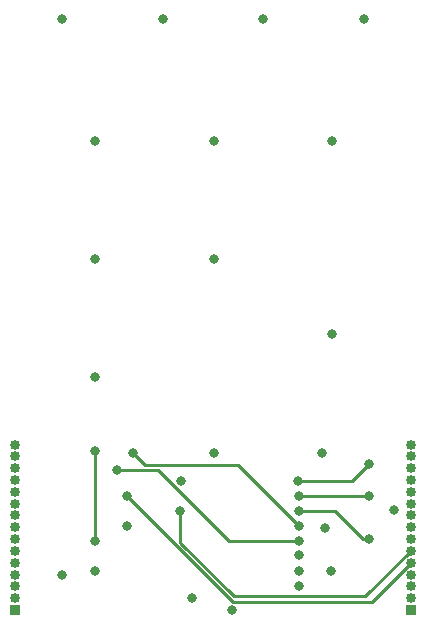
<source format=gbr>
%TF.GenerationSoftware,KiCad,Pcbnew,8.0.1*%
%TF.CreationDate,2024-03-24T18:55:33-05:00*%
%TF.ProjectId,TTWR Keypad,54545752-204b-4657-9970-61642e6b6963,V01*%
%TF.SameCoordinates,Original*%
%TF.FileFunction,Copper,L2,Inr*%
%TF.FilePolarity,Positive*%
%FSLAX46Y46*%
G04 Gerber Fmt 4.6, Leading zero omitted, Abs format (unit mm)*
G04 Created by KiCad (PCBNEW 8.0.1) date 2024-03-24 18:55:33*
%MOMM*%
%LPD*%
G01*
G04 APERTURE LIST*
%TA.AperFunction,ComponentPad*%
%ADD10R,0.850000X0.850000*%
%TD*%
%TA.AperFunction,ComponentPad*%
%ADD11O,0.850000X0.850000*%
%TD*%
%TA.AperFunction,ViaPad*%
%ADD12C,0.800000*%
%TD*%
%TA.AperFunction,Conductor*%
%ADD13C,0.250000*%
%TD*%
G04 APERTURE END LIST*
D10*
%TO.N,Net-(J2-Pin_1)*%
%TO.C,J2*%
X151000000Y-93000000D03*
D11*
%TO.N,unconnected-(J2-Pin_2-Pad2)*%
X151000000Y-92000000D03*
%TO.N,unconnected-(J2-Pin_3-Pad3)*%
X151000000Y-91000000D03*
%TO.N,unconnected-(J2-Pin_4-Pad4)*%
X151000000Y-90000000D03*
%TO.N,unconnected-(J2-Pin_5-Pad5)*%
X151000000Y-89000000D03*
%TO.N,unconnected-(J2-Pin_6-Pad6)*%
X151000000Y-88000000D03*
%TO.N,unconnected-(J2-Pin_7-Pad7)*%
X151000000Y-87000000D03*
%TO.N,unconnected-(J2-Pin_8-Pad8)*%
X151000000Y-86000000D03*
%TO.N,unconnected-(J2-Pin_9-Pad9)*%
X151000000Y-85000000D03*
%TO.N,unconnected-(J2-Pin_10-Pad10)*%
X151000000Y-84000000D03*
%TO.N,unconnected-(J2-Pin_11-Pad11)*%
X151000000Y-83000000D03*
%TO.N,unconnected-(J2-Pin_12-Pad12)*%
X151000000Y-82000000D03*
%TO.N,GND*%
X151000000Y-81000000D03*
%TO.N,unconnected-(J2-Pin_14-Pad14)*%
X151000000Y-80000000D03*
%TO.N,GND*%
X151000000Y-79000000D03*
%TD*%
D10*
%TO.N,GND*%
%TO.C,J1*%
X184500000Y-93000000D03*
D11*
%TO.N,unconnected-(J1-Pin_2-Pad2)*%
X184500000Y-92000000D03*
%TO.N,unconnected-(J1-Pin_3-Pad3)*%
X184500000Y-91000000D03*
%TO.N,unconnected-(J1-Pin_4-Pad4)*%
X184500000Y-90000000D03*
%TO.N,/IO Expander/SDA*%
X184500000Y-89000000D03*
%TO.N,/IO Expander/SCL*%
X184500000Y-88000000D03*
%TO.N,GND*%
X184500000Y-87000000D03*
%TO.N,+3.3V*%
X184500000Y-86000000D03*
%TO.N,unconnected-(J1-Pin_9-Pad9)*%
X184500000Y-85000000D03*
%TO.N,unconnected-(J1-Pin_10-Pad10)*%
X184500000Y-84000000D03*
%TO.N,unconnected-(J1-Pin_11-Pad11)*%
X184500000Y-83000000D03*
%TO.N,unconnected-(J1-Pin_12-Pad12)*%
X184500000Y-82000000D03*
%TO.N,unconnected-(J1-Pin_13-Pad13)*%
X184500000Y-81000000D03*
%TO.N,unconnected-(J1-Pin_14-Pad14)*%
X184500000Y-80000000D03*
%TO.N,unconnected-(J1-Pin_15-Pad15)*%
X184500000Y-79000000D03*
%TD*%
D12*
%TO.N,COL_0*%
X160975000Y-79675000D03*
%TO.N,COL_1*%
X159650000Y-81125000D03*
%TO.N,Net-(D12-A)*%
X165975000Y-91975000D03*
%TO.N,Net-(D16-A)*%
X177750000Y-89675000D03*
%TO.N,Net-(D15-A)*%
X176950000Y-79675000D03*
%TO.N,Net-(D11-A)*%
X167825000Y-79675000D03*
%TO.N,ROW_3*%
X157800000Y-79500000D03*
X157775000Y-87150000D03*
%TO.N,Net-(D8-A)*%
X157775000Y-89675000D03*
%TO.N,Net-(D4-A)*%
X157800000Y-73300000D03*
%TO.N,Net-(D3-A)*%
X157800000Y-63325000D03*
%TO.N,Net-(D14-A)*%
X177850000Y-69675000D03*
%TO.N,Net-(D7-A)*%
X167825000Y-63325000D03*
%TO.N,Net-(D10-A)*%
X177850000Y-53300000D03*
%TO.N,Net-(D6-A)*%
X167825000Y-53325000D03*
%TO.N,Net-(D2-A)*%
X157800000Y-53325000D03*
%TO.N,Net-(D13-A)*%
X180500000Y-43000000D03*
%TO.N,COL_3*%
X175000000Y-89700000D03*
%TO.N,COL_2*%
X175000000Y-88375000D03*
%TO.N,COL_1*%
X175000000Y-87150000D03*
%TO.N,COL_0*%
X175000000Y-85875000D03*
%TO.N,GND*%
X183075000Y-84500000D03*
%TO.N,+3.3V*%
X177250000Y-86025000D03*
%TO.N,/IO Expander/A0*%
X180975000Y-80600000D03*
%TO.N,/IO Expander/A2*%
X180975000Y-87000000D03*
%TO.N,/IO Expander/A1*%
X180975000Y-83325000D03*
%TO.N,/IO Expander/A2*%
X175000000Y-84600000D03*
%TO.N,/IO Expander/A1*%
X175000000Y-83325000D03*
%TO.N,/IO Expander/A0*%
X174975000Y-82050000D03*
%TO.N,/IO Expander/SDA*%
X160500000Y-83325000D03*
%TO.N,+3.3V*%
X169400000Y-93000000D03*
%TO.N,/IO Expander/SCL*%
X164995000Y-84595000D03*
%TO.N,/IO Expander/INT*%
X160500000Y-85875000D03*
X154975000Y-90000000D03*
%TO.N,+3.3V*%
X165000000Y-82050000D03*
%TO.N,GND*%
X175000000Y-90950000D03*
%TO.N,Net-(D1-A)*%
X155000000Y-43000000D03*
%TO.N,Net-(D9-A)*%
X172000000Y-43000000D03*
%TO.N,Net-(D5-A)*%
X163500000Y-43000000D03*
%TD*%
D13*
%TO.N,/IO Expander/A2*%
X180975000Y-87000000D02*
X180475000Y-87000000D01*
X180475000Y-87000000D02*
X178075000Y-84600000D01*
X178075000Y-84600000D02*
X175000000Y-84600000D01*
%TO.N,COL_0*%
X162025000Y-80725000D02*
X160975000Y-79675000D01*
X169850000Y-80725000D02*
X162025000Y-80725000D01*
X175000000Y-85875000D02*
X169850000Y-80725000D01*
%TO.N,COL_1*%
X169145405Y-87150000D02*
X163120405Y-81125000D01*
X163120405Y-81125000D02*
X159650000Y-81125000D01*
X175000000Y-87150000D02*
X169145405Y-87150000D01*
%TO.N,/IO Expander/SCL*%
X164995000Y-87316814D02*
X164995000Y-84595000D01*
X180650000Y-91850000D02*
X169528186Y-91850000D01*
X169528186Y-91850000D02*
X164995000Y-87316814D01*
X184500000Y-88000000D02*
X180650000Y-91850000D01*
%TO.N,/IO Expander/SDA*%
X184500000Y-89000000D02*
X181175000Y-92325000D01*
X181175000Y-92325000D02*
X169437500Y-92325000D01*
X160500000Y-83387500D02*
X160500000Y-83325000D01*
X169437500Y-92325000D02*
X160500000Y-83387500D01*
%TO.N,ROW_3*%
X157800000Y-79500000D02*
X157800000Y-87125000D01*
X157800000Y-87125000D02*
X157775000Y-87150000D01*
%TO.N,/IO Expander/A1*%
X180975000Y-83325000D02*
X175000000Y-83325000D01*
%TO.N,/IO Expander/A0*%
X180975000Y-80600000D02*
X179525000Y-82050000D01*
X179525000Y-82050000D02*
X174975000Y-82050000D01*
%TD*%
M02*

</source>
